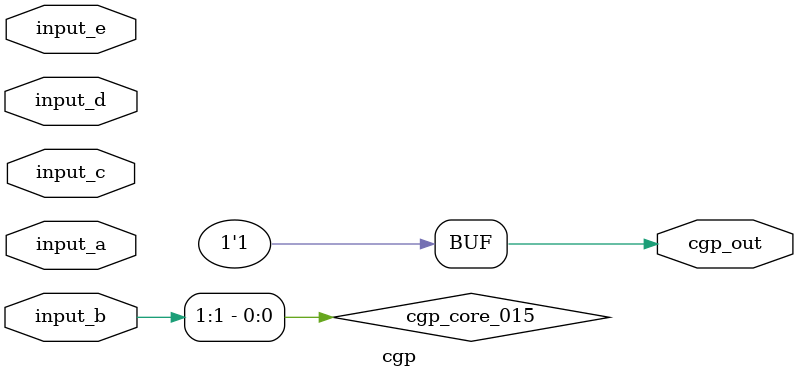
<source format=v>
module cgp(input [1:0] input_a, input [1:0] input_b, input [1:0] input_c, input [1:0] input_d, input [1:0] input_e, output [0:0] cgp_out);
  wire cgp_core_012;
  wire cgp_core_013;
  wire cgp_core_015;
  wire cgp_core_016;
  wire cgp_core_018;
  wire cgp_core_019;
  wire cgp_core_020;
  wire cgp_core_021;
  wire cgp_core_023;
  wire cgp_core_024;
  wire cgp_core_025;
  wire cgp_core_026;
  wire cgp_core_027;
  wire cgp_core_028;
  wire cgp_core_029;
  wire cgp_core_030;
  wire cgp_core_031;
  wire cgp_core_033;
  wire cgp_core_034;
  wire cgp_core_035;
  wire cgp_core_036;
  wire cgp_core_037;
  wire cgp_core_038;
  wire cgp_core_039;
  wire cgp_core_040;
  wire cgp_core_041;
  wire cgp_core_042;
  wire cgp_core_043;
  wire cgp_core_044;
  wire cgp_core_045;
  wire cgp_core_046;
  wire cgp_core_047;
  wire cgp_core_049;
  wire cgp_core_052;

  assign cgp_core_012 = input_b[0] ^ input_e[0];
  assign cgp_core_013 = input_b[0] & input_e[0];
  assign cgp_core_015 = input_b[1] & input_b[1];
  assign cgp_core_016 = ~input_a[0];
  assign cgp_core_018 = cgp_core_015 | cgp_core_013;
  assign cgp_core_019 = input_a[0] ^ cgp_core_012;
  assign cgp_core_020 = input_a[0] & cgp_core_012;
  assign cgp_core_021 = input_a[1] ^ input_c[1];
  assign cgp_core_023 = cgp_core_021 ^ cgp_core_020;
  assign cgp_core_024 = cgp_core_021 & cgp_core_020;
  assign cgp_core_025 = input_a[1] | cgp_core_024;
  assign cgp_core_026 = cgp_core_018 ^ cgp_core_025;
  assign cgp_core_027 = cgp_core_018 ^ cgp_core_025;
  assign cgp_core_028 = input_c[0] ^ input_d[0];
  assign cgp_core_029 = input_c[0] & input_d[0];
  assign cgp_core_030 = ~(input_c[1] | input_d[1]);
  assign cgp_core_031 = input_c[1] & input_d[1];
  assign cgp_core_033 = cgp_core_030 & cgp_core_029;
  assign cgp_core_034 = cgp_core_031 | cgp_core_033;
  assign cgp_core_035 = ~cgp_core_027;
  assign cgp_core_036 = ~cgp_core_034;
  assign cgp_core_037 = cgp_core_026 & cgp_core_036;
  assign cgp_core_038 = cgp_core_037 & cgp_core_035;
  assign cgp_core_039 = ~(cgp_core_026 ^ cgp_core_034);
  assign cgp_core_040 = cgp_core_039 | cgp_core_035;
  assign cgp_core_041 = ~(cgp_core_030 & cgp_core_030);
  assign cgp_core_042 = input_e[1] & cgp_core_041;
  assign cgp_core_043 = cgp_core_042 & cgp_core_040;
  assign cgp_core_044 = ~(cgp_core_023 | cgp_core_030);
  assign cgp_core_045 = cgp_core_044 & input_e[0];
  assign cgp_core_046 = ~cgp_core_028;
  assign cgp_core_047 = input_c[0] & input_e[1];
  assign cgp_core_049 = ~(cgp_core_019 | cgp_core_028);
  assign cgp_core_052 = cgp_core_027 | cgp_core_049;

  assign cgp_out[0] = 1'b1;
endmodule
</source>
